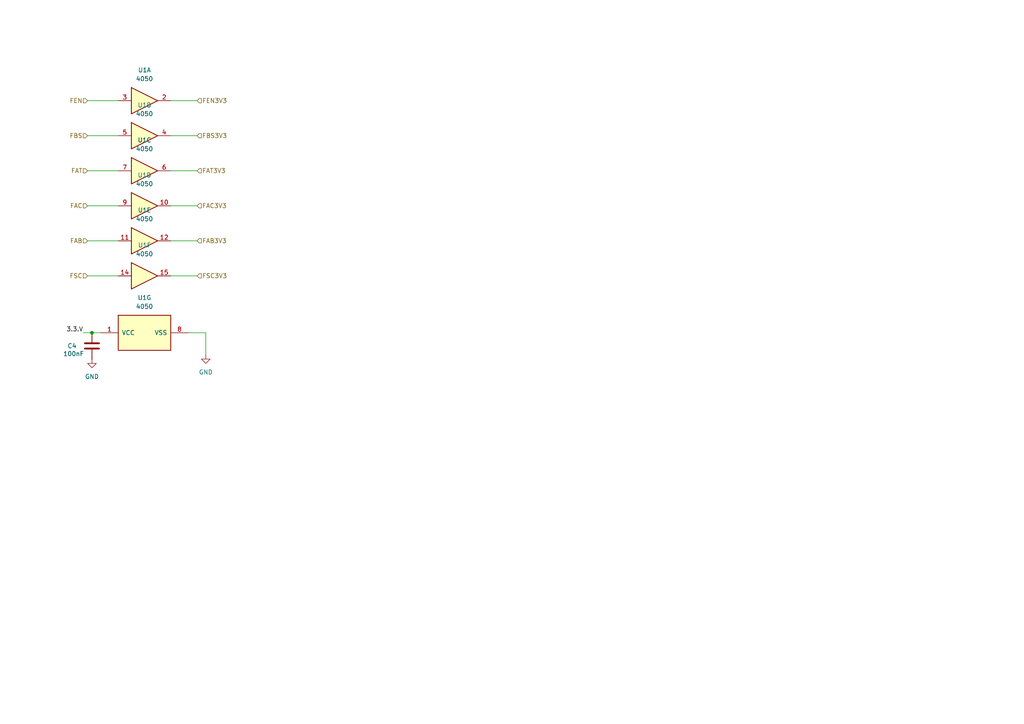
<source format=kicad_sch>
(kicad_sch (version 20231120) (generator "eeschema") (generator_version "8.0")
  (paper "A4")
  (lib_symbols
    (symbol "4xxx:4050" (pin_names (offset 1.016))
      (property "Reference" "U" (at 0 1.27 0))
      (property "Value" "4050" (at 0 -1.27 0))
      (symbol "4050_1_0"
        (polyline (pts (xy -3.81 3.81) (xy -3.81 -3.81) (xy 3.81 0) (xy -3.81 3.81)) (stroke (width 0.254)) (fill (type background)))
        (pin output line (at 7.62 0 180) (length 3.81) (name "~") (number "2"))
        (pin input line (at -7.62 0 0) (length 3.81) (name "~") (number "3"))
      )
      (symbol "4050_2_0"
        (polyline (pts (xy -3.81 3.81) (xy -3.81 -3.81) (xy 3.81 0) (xy -3.81 3.81)) (stroke (width 0.254)) (fill (type background)))
        (pin output line (at 7.62 0 180) (length 3.81) (name "~") (number "4"))
        (pin input line (at -7.62 0 0) (length 3.81) (name "~") (number "5"))
      )
      (symbol "4050_3_0"
        (polyline (pts (xy -3.81 3.81) (xy -3.81 -3.81) (xy 3.81 0) (xy -3.81 3.81)) (stroke (width 0.254)) (fill (type background)))
        (pin output line (at 7.62 0 180) (length 3.81) (name "~") (number "6"))
        (pin input line (at -7.62 0 0) (length 3.81) (name "~") (number "7"))
      )
      (symbol "4050_4_0"
        (polyline (pts (xy -3.81 3.81) (xy -3.81 -3.81) (xy 3.81 0) (xy -3.81 3.81)) (stroke (width 0.254)) (fill (type background)))
        (pin output line (at 7.62 0 180) (length 3.81) (name "~") (number "10"))
        (pin input line (at -7.62 0 0) (length 3.81) (name "~") (number "9"))
      )
      (symbol "4050_5_0"
        (polyline (pts (xy -3.81 3.81) (xy -3.81 -3.81) (xy 3.81 0) (xy -3.81 3.81)) (stroke (width 0.254)) (fill (type background)))
        (pin input line (at -7.62 0 0) (length 3.81) (name "~") (number "11"))
        (pin output line (at 7.62 0 180) (length 3.81) (name "~") (number "12"))
      )
      (symbol "4050_6_0"
        (polyline (pts (xy -3.81 3.81) (xy -3.81 -3.81) (xy 3.81 0) (xy -3.81 3.81)) (stroke (width 0.254)) (fill (type background)))
        (pin input line (at -7.62 0 0) (length 3.81) (name "~") (number "14"))
        (pin output line (at 7.62 0 180) (length 3.81) (name "~") (number "15"))
      )
      (symbol "4050_7_0"
        (pin power_in line (at 0 12.7 270) (length 5.08) (name "VCC") (number "1"))
        (pin power_in line (at 0 -12.7 90) (length 5.08) (name "VSS") (number "8"))
      )
      (symbol "4050_7_1"
        (rectangle (start -5.08 7.62) (end 5.08 -7.62) (stroke (width 0.254)) (fill (type background)))
      )
    )
    (symbol "Device:C" (pin_numbers hide) (pin_names (offset 0.254))
      (property "Reference" "C" (at 0.635 2.54 0))
      (property "Value" "C" (at 0.635 -2.54 0))
      (symbol "C_0_1"
        (polyline (pts (xy -2.032 -0.762) (xy 2.032 -0.762)) (stroke (width 0.508)))
        (polyline (pts (xy -2.032 0.762) (xy 2.032 0.762)) (stroke (width 0.508)))
      )
      (symbol "C_1_1"
        (pin passive line (at 0 3.81 270) (length 2.794) (name "~") (number "1"))
        (pin passive line (at 0 -3.81 90) (length 2.794) (name "~") (number "2"))
      )
    )
    (symbol "power:GND" (power) (pin_numbers hide) (pin_names (offset 0) hide)
      (property "Value" "GND" (at 0 -3.81 0))
      (symbol "GND_0_1"
        (polyline (pts (xy 0 0) (xy 0 -1.27) (xy 1.27 -1.27) (xy 0 -2.54) (xy -1.27 -1.27) (xy 0 -1.27)))
      )
      (symbol "GND_1_1"
        (pin power_in line (at 0 0 270) (length 0) (name "~") (number "1"))
      )
    )
  )
  (junction (at 26.67 96.52))
  (wire (pts (xy 25.4 29.21) (xy 34.29 29.21)))
  (wire (pts (xy 26.67 96.52) (xy 29.21 96.52)))
  (wire (pts (xy 49.53 59.69) (xy 57.15 59.69)))
  (wire (pts (xy 25.4 59.69) (xy 34.29 59.69)))
  (wire (pts (xy 49.53 49.53) (xy 57.15 49.53)))
  (wire (pts (xy 49.53 80.01) (xy 57.15 80.01)))
  (wire (pts (xy 25.4 69.85) (xy 34.29 69.85)))
  (wire (pts (xy 49.53 69.85) (xy 57.15 69.85)))
  (wire (pts (xy 25.4 80.01) (xy 34.29 80.01)))
  (wire (pts (xy 25.4 39.37) (xy 34.29 39.37)))
  (wire (pts (xy 49.53 39.37) (xy 57.15 39.37)))
  (wire (pts (xy 59.69 102.87) (xy 59.69 96.52)))
  (wire (pts (xy 24.13 96.52) (xy 26.67 96.52)))
  (wire (pts (xy 49.53 29.21) (xy 57.15 29.21)))
  (wire (pts (xy 59.69 96.52) (xy 54.61 96.52)))
  (wire (pts (xy 25.4 49.53) (xy 34.29 49.53)))
  (label "3.3.V" (at 24.13 96.52 180))
  (hierarchical_label "FSC" (shape input) (at 25.4 80.01 180))
  (hierarchical_label "FAC" (shape input) (at 25.4 59.69 180))
  (hierarchical_label "FAB3V3" (shape input) (at 57.15 69.85 0))
  (hierarchical_label "FSC3V3" (shape input) (at 57.15 80.01 0))
  (hierarchical_label "FEN" (shape input) (at 25.4 29.21 180))
  (hierarchical_label "FAC3V3" (shape input) (at 57.15 59.69 0))
  (hierarchical_label "FEN3V3" (shape input) (at 57.15 29.21 0))
  (hierarchical_label "FAT3V3" (shape input) (at 57.15 49.53 0))
  (hierarchical_label "FAB" (shape input) (at 25.4 69.85 180))
  (hierarchical_label "FAT" (shape input) (at 25.4 49.53 180))
  (hierarchical_label "FBS" (shape input) (at 25.4 39.37 180))
  (hierarchical_label "FBS3V3" (shape input) (at 57.15 39.37 0))
  (symbol (lib_id "4xxx:4050") (at 41.91 69.85 0) (unit 5)
    (property "Reference" "U1" (at 41.91 60.96 0))
    (property "Value" "4050" (at 41.91 63.5 0))
    (property "Footprint" "Package_SO:SO-16_3.9x9.9mm_P1.27mm" (effects (hide yes)))
    (property "Datasheet" "http://www.intersil.com/content/dam/intersil/documents/cd40/cd4050bms.pdf" (effects (hide yes)))
    (property "Description" "Hex Buffer" (effects (hide yes)))
    (property "LOMEX" "88-01-57" (effects (hide yes)))
  )
  (symbol (lib_id "4xxx:4050") (at 41.91 59.69 0) (unit 4)
    (property "Reference" "U1" (at 41.91 50.8 0))
    (property "Value" "4050" (at 41.91 53.34 0))
    (property "Footprint" "Package_SO:SO-16_3.9x9.9mm_P1.27mm" (effects (hide yes)))
    (property "Datasheet" "http://www.intersil.com/content/dam/intersil/documents/cd40/cd4050bms.pdf" (effects (hide yes)))
    (property "Description" "Hex Buffer" (effects (hide yes)))
    (property "LOMEX" "88-01-57" (effects (hide yes)))
  )
  (symbol (lib_id "4xxx:4050") (at 41.91 29.21 0) (unit 1)
    (property "Reference" "U1" (at 41.91 20.32 0))
    (property "Value" "4050" (at 41.91 22.86 0))
    (property "Footprint" "Package_SO:SO-16_3.9x9.9mm_P1.27mm" (effects (hide yes)))
    (property "Datasheet" "http://www.intersil.com/content/dam/intersil/documents/cd40/cd4050bms.pdf" (effects (hide yes)))
    (property "Description" "Hex Buffer" (effects (hide yes)))
    (property "LOMEX" "88-01-57" (effects (hide yes)))
  )
  (symbol (lib_id "4xxx:4050") (at 41.91 39.37 0) (unit 2)
    (property "Reference" "U1" (at 41.91 30.48 0))
    (property "Value" "4050" (at 41.91 33.02 0))
    (property "Footprint" "Package_SO:SO-16_3.9x9.9mm_P1.27mm" (effects (hide yes)))
    (property "Datasheet" "http://www.intersil.com/content/dam/intersil/documents/cd40/cd4050bms.pdf" (effects (hide yes)))
    (property "Description" "Hex Buffer" (effects (hide yes)))
    (property "LOMEX" "88-01-57" (effects (hide yes)))
  )
  (symbol (lib_id "4xxx:4050") (at 41.91 49.53 0) (unit 3)
    (property "Reference" "U1" (at 41.91 40.64 0))
    (property "Value" "4050" (at 41.91 43.18 0))
    (property "Footprint" "Package_SO:SO-16_3.9x9.9mm_P1.27mm" (effects (hide yes)))
    (property "Datasheet" "http://www.intersil.com/content/dam/intersil/documents/cd40/cd4050bms.pdf" (effects (hide yes)))
    (property "Description" "Hex Buffer" (effects (hide yes)))
    (property "LOMEX" "88-01-57" (effects (hide yes)))
  )
  (symbol (lib_id "4xxx:4050") (at 41.91 96.52 90) (unit 7)
    (property "Reference" "U1" (at 41.91 86.36 90))
    (property "Value" "4050" (at 41.91 88.9 90))
    (property "Footprint" "Package_SO:SO-16_3.9x9.9mm_P1.27mm" (effects (hide yes)))
    (property "Datasheet" "http://www.intersil.com/content/dam/intersil/documents/cd40/cd4050bms.pdf" (effects (hide yes)))
    (property "Description" "Hex Buffer" (effects (hide yes)))
    (property "LOMEX" "88-01-57" (effects (hide yes)))
  )
  (symbol (lib_id "Device:C") (at 26.67 100.33 0) (unit 1)
    (property "Reference" "C4" (at 19.558 100.33 0) (effects (justify left)))
    (property "Value" "100nF" (at 18.288 102.616 0) (effects (justify left)))
    (property "Footprint" "Capacitor_SMD:C_0603_1608Metric" (effects (hide yes)))
    (property "Description" "Unpolarized capacitor" (effects (hide yes)))
  )
  (symbol (lib_id "4xxx:4050") (at 41.91 80.01 0) (unit 6)
    (property "Reference" "U1" (at 41.91 71.12 0))
    (property "Value" "4050" (at 41.91 73.66 0))
    (property "Footprint" "Package_SO:SO-16_3.9x9.9mm_P1.27mm" (effects (hide yes)))
    (property "Datasheet" "http://www.intersil.com/content/dam/intersil/documents/cd40/cd4050bms.pdf" (effects (hide yes)))
    (property "Description" "Hex Buffer" (effects (hide yes)))
    (property "LOMEX" "88-01-57" (effects (hide yes)))
  )
  (symbol (lib_id "power:GND") (at 59.69 102.87 0) (unit 1)
    (property "Reference" "#PWR05" (effects (hide yes)))
    (property "Value" "GND" (at 59.69 107.95 0))
    (property "Description" "Power symbol creates a global label with name \"GND\" , ground" (effects (hide yes)))
  )
  (symbol (lib_id "power:GND") (at 26.67 104.14 0) (unit 1)
    (property "Reference" "#PWR07" (effects (hide yes)))
    (property "Value" "GND" (at 26.67 109.22 0))
    (property "Description" "Power symbol creates a global label with name \"GND\" , ground" (effects (hide yes)))
  )
)
</source>
